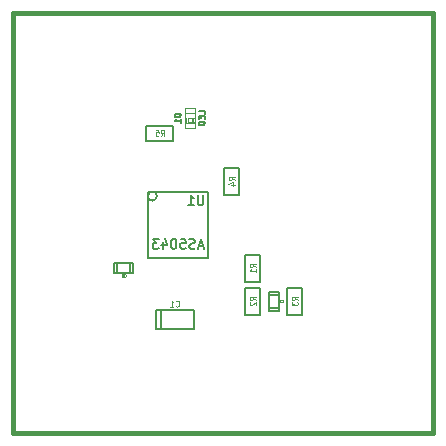
<source format=gbo>
G04 #@! TF.FileFunction,Legend,Bot*
%FSLAX46Y46*%
G04 Gerber Fmt 4.6, Leading zero omitted, Abs format (unit mm)*
G04 Created by KiCad (PCBNEW (2015-11-02 BZR 6290)-product) date Mon 07 Dec 2015 11:59:02 AM CET*
%MOMM*%
G01*
G04 APERTURE LIST*
%ADD10C,0.150000*%
%ADD11C,0.381000*%
%ADD12C,0.127000*%
%ADD13C,0.066040*%
%ADD14C,0.101600*%
%ADD15C,0.203200*%
%ADD16C,0.119380*%
%ADD17C,0.040640*%
%ADD18C,0.114300*%
%ADD19C,0.198120*%
G04 APERTURE END LIST*
D10*
D11*
X31750000Y-66548000D02*
X31750000Y-30988000D01*
X67310000Y-30988000D02*
X31750000Y-30988000D01*
X67310000Y-66548000D02*
X67310000Y-30988000D01*
X31750000Y-66548000D02*
X67310000Y-66548000D01*
D12*
X44323000Y-57708800D02*
X44323000Y-56083200D01*
X47066200Y-56083200D02*
X47066200Y-57708800D01*
X47066200Y-57708800D02*
X43865800Y-57708800D01*
X43865800Y-57708800D02*
X43865800Y-56083200D01*
X43865800Y-56083200D02*
X47066200Y-56083200D01*
X41706800Y-52171600D02*
X41706800Y-52984400D01*
X40589200Y-52959000D02*
X40589200Y-52171600D01*
X40335200Y-52984400D02*
X41960800Y-52984400D01*
X41960800Y-52984400D02*
X41960800Y-52171600D01*
X41960800Y-52171600D02*
X40335200Y-52171600D01*
X40335200Y-52171600D02*
X40335200Y-52984400D01*
X53441600Y-54813200D02*
X54254400Y-54813200D01*
X54229000Y-55930800D02*
X53441600Y-55930800D01*
X54254400Y-56184800D02*
X54254400Y-54559200D01*
X54254400Y-54559200D02*
X53441600Y-54559200D01*
X53441600Y-54559200D02*
X53441600Y-56184800D01*
X53441600Y-56184800D02*
X54254400Y-56184800D01*
D13*
X46286420Y-40327580D02*
X47185580Y-40327580D01*
X47185580Y-40327580D02*
X47185580Y-40726360D01*
X46286420Y-40726360D02*
X47185580Y-40726360D01*
X46286420Y-40327580D02*
X46286420Y-40726360D01*
X46286420Y-39029640D02*
X47185580Y-39029640D01*
X47185580Y-39029640D02*
X47185580Y-39428420D01*
X46286420Y-39428420D02*
X47185580Y-39428420D01*
X46286420Y-39029640D02*
X46286420Y-39428420D01*
X46286420Y-39878000D02*
X46436280Y-39878000D01*
X46436280Y-39878000D02*
X46436280Y-40177720D01*
X46286420Y-40177720D02*
X46436280Y-40177720D01*
X46286420Y-39878000D02*
X46286420Y-40177720D01*
X47035720Y-39878000D02*
X47185580Y-39878000D01*
X47185580Y-39878000D02*
X47185580Y-40177720D01*
X47035720Y-40177720D02*
X47185580Y-40177720D01*
X47035720Y-39878000D02*
X47035720Y-40177720D01*
X46586140Y-39878000D02*
X46885860Y-39878000D01*
X46885860Y-39878000D02*
X46885860Y-40177720D01*
X46586140Y-40177720D02*
X46885860Y-40177720D01*
X46586140Y-39878000D02*
X46586140Y-40177720D01*
D14*
X46337220Y-40327580D02*
X46337220Y-39428420D01*
X47134780Y-40327580D02*
X47134780Y-39428420D01*
D12*
X51435000Y-51435000D02*
X51435000Y-53721000D01*
X51435000Y-53721000D02*
X52705000Y-53721000D01*
X52705000Y-53721000D02*
X52705000Y-51435000D01*
X52705000Y-51435000D02*
X51435000Y-51435000D01*
X51435000Y-54229000D02*
X51435000Y-56515000D01*
X51435000Y-56515000D02*
X52705000Y-56515000D01*
X52705000Y-56515000D02*
X52705000Y-54229000D01*
X52705000Y-54229000D02*
X51435000Y-54229000D01*
X54988460Y-54229000D02*
X54988460Y-56515000D01*
X54988460Y-56515000D02*
X56258460Y-56515000D01*
X56258460Y-56515000D02*
X56258460Y-54229000D01*
X56258460Y-54229000D02*
X54988460Y-54229000D01*
X50927000Y-46355000D02*
X50927000Y-44069000D01*
X50927000Y-44069000D02*
X49657000Y-44069000D01*
X49657000Y-44069000D02*
X49657000Y-46355000D01*
X49657000Y-46355000D02*
X50927000Y-46355000D01*
X45339000Y-40513000D02*
X43053000Y-40513000D01*
X43053000Y-40513000D02*
X43053000Y-41783000D01*
X43053000Y-41783000D02*
X45339000Y-41783000D01*
X45339000Y-41783000D02*
X45339000Y-40513000D01*
D15*
X43180000Y-46101000D02*
X43180000Y-51689000D01*
X43180000Y-51689000D02*
X48260000Y-51689000D01*
X48260000Y-51689000D02*
X48260000Y-46101000D01*
X48260000Y-46101000D02*
X43180000Y-46101000D01*
D12*
X43942000Y-46482000D02*
G75*
G03X43942000Y-46482000I-381000J0D01*
G01*
D16*
X45523996Y-55779307D02*
X45547824Y-55803135D01*
X45619307Y-55826962D01*
X45666962Y-55826962D01*
X45738445Y-55803135D01*
X45786100Y-55755480D01*
X45809928Y-55707824D01*
X45833756Y-55612514D01*
X45833756Y-55541031D01*
X45809928Y-55445720D01*
X45786100Y-55398065D01*
X45738445Y-55350410D01*
X45666962Y-55326582D01*
X45619307Y-55326582D01*
X45547824Y-55350410D01*
X45523996Y-55374238D01*
X45047444Y-55826962D02*
X45333376Y-55826962D01*
X45190410Y-55826962D02*
X45190410Y-55326582D01*
X45238065Y-55398065D01*
X45285720Y-55445720D01*
X45333376Y-55469548D01*
D17*
X41181443Y-53284664D02*
X41190998Y-53294220D01*
X41219664Y-53303775D01*
X41238774Y-53303775D01*
X41267440Y-53294220D01*
X41286551Y-53275109D01*
X41296106Y-53255999D01*
X41305661Y-53217778D01*
X41305661Y-53189112D01*
X41296106Y-53150891D01*
X41286551Y-53131780D01*
X41267440Y-53112670D01*
X41238774Y-53103115D01*
X41219664Y-53103115D01*
X41190998Y-53112670D01*
X41181443Y-53122225D01*
X41105001Y-53122225D02*
X41095446Y-53112670D01*
X41076335Y-53103115D01*
X41028559Y-53103115D01*
X41009449Y-53112670D01*
X40999893Y-53122225D01*
X40990338Y-53141336D01*
X40990338Y-53160446D01*
X40999893Y-53189112D01*
X41114556Y-53303775D01*
X40990338Y-53303775D01*
X54516443Y-55443664D02*
X54525998Y-55453220D01*
X54554664Y-55462775D01*
X54573774Y-55462775D01*
X54602440Y-55453220D01*
X54621551Y-55434109D01*
X54631106Y-55414999D01*
X54640661Y-55376778D01*
X54640661Y-55348112D01*
X54631106Y-55309891D01*
X54621551Y-55290780D01*
X54602440Y-55271670D01*
X54573774Y-55262115D01*
X54554664Y-55262115D01*
X54525998Y-55271670D01*
X54516443Y-55281225D01*
X54449556Y-55262115D02*
X54325338Y-55262115D01*
X54392225Y-55338557D01*
X54363559Y-55338557D01*
X54344449Y-55348112D01*
X54334893Y-55357667D01*
X54325338Y-55376778D01*
X54325338Y-55424554D01*
X54334893Y-55443664D01*
X54344449Y-55453220D01*
X54363559Y-55462775D01*
X54420891Y-55462775D01*
X54440001Y-55453220D01*
X54449556Y-55443664D01*
D12*
X45949810Y-39503047D02*
X45441810Y-39503047D01*
X45441810Y-39624000D01*
X45466000Y-39696571D01*
X45514381Y-39744952D01*
X45562762Y-39769143D01*
X45659524Y-39793333D01*
X45732095Y-39793333D01*
X45828857Y-39769143D01*
X45877238Y-39744952D01*
X45925619Y-39696571D01*
X45949810Y-39624000D01*
X45949810Y-39503047D01*
X45949810Y-40277143D02*
X45949810Y-39986857D01*
X45949810Y-40132000D02*
X45441810Y-40132000D01*
X45514381Y-40083619D01*
X45562762Y-40035238D01*
X45586952Y-39986857D01*
X47981810Y-39551429D02*
X47981810Y-39309524D01*
X47473810Y-39309524D01*
X47715714Y-39720762D02*
X47715714Y-39890096D01*
X47981810Y-39962667D02*
X47981810Y-39720762D01*
X47473810Y-39720762D01*
X47473810Y-39962667D01*
X47981810Y-40180381D02*
X47473810Y-40180381D01*
X47473810Y-40301334D01*
X47498000Y-40373905D01*
X47546381Y-40422286D01*
X47594762Y-40446477D01*
X47691524Y-40470667D01*
X47764095Y-40470667D01*
X47860857Y-40446477D01*
X47909238Y-40422286D01*
X47957619Y-40373905D01*
X47981810Y-40301334D01*
X47981810Y-40180381D01*
D18*
X52299810Y-52501800D02*
X52057905Y-52349400D01*
X52299810Y-52240543D02*
X51791810Y-52240543D01*
X51791810Y-52414715D01*
X51816000Y-52458257D01*
X51840190Y-52480029D01*
X51888571Y-52501800D01*
X51961143Y-52501800D01*
X52009524Y-52480029D01*
X52033714Y-52458257D01*
X52057905Y-52414715D01*
X52057905Y-52240543D01*
X52299810Y-52937229D02*
X52299810Y-52675972D01*
X52299810Y-52806600D02*
X51791810Y-52806600D01*
X51864381Y-52763057D01*
X51912762Y-52719515D01*
X51936952Y-52675972D01*
X52299810Y-55295800D02*
X52057905Y-55143400D01*
X52299810Y-55034543D02*
X51791810Y-55034543D01*
X51791810Y-55208715D01*
X51816000Y-55252257D01*
X51840190Y-55274029D01*
X51888571Y-55295800D01*
X51961143Y-55295800D01*
X52009524Y-55274029D01*
X52033714Y-55252257D01*
X52057905Y-55208715D01*
X52057905Y-55034543D01*
X51840190Y-55469972D02*
X51816000Y-55491743D01*
X51791810Y-55535286D01*
X51791810Y-55644143D01*
X51816000Y-55687686D01*
X51840190Y-55709457D01*
X51888571Y-55731229D01*
X51936952Y-55731229D01*
X52009524Y-55709457D01*
X52299810Y-55448200D01*
X52299810Y-55731229D01*
X55853270Y-55295800D02*
X55611365Y-55143400D01*
X55853270Y-55034543D02*
X55345270Y-55034543D01*
X55345270Y-55208715D01*
X55369460Y-55252257D01*
X55393650Y-55274029D01*
X55442031Y-55295800D01*
X55514603Y-55295800D01*
X55562984Y-55274029D01*
X55587174Y-55252257D01*
X55611365Y-55208715D01*
X55611365Y-55034543D01*
X55345270Y-55448200D02*
X55345270Y-55731229D01*
X55538793Y-55578829D01*
X55538793Y-55644143D01*
X55562984Y-55687686D01*
X55587174Y-55709457D01*
X55635555Y-55731229D01*
X55756508Y-55731229D01*
X55804889Y-55709457D01*
X55829079Y-55687686D01*
X55853270Y-55644143D01*
X55853270Y-55513515D01*
X55829079Y-55469972D01*
X55804889Y-55448200D01*
X50521810Y-45135800D02*
X50279905Y-44983400D01*
X50521810Y-44874543D02*
X50013810Y-44874543D01*
X50013810Y-45048715D01*
X50038000Y-45092257D01*
X50062190Y-45114029D01*
X50110571Y-45135800D01*
X50183143Y-45135800D01*
X50231524Y-45114029D01*
X50255714Y-45092257D01*
X50279905Y-45048715D01*
X50279905Y-44874543D01*
X50183143Y-45527686D02*
X50521810Y-45527686D01*
X49989619Y-45418829D02*
X50352476Y-45309972D01*
X50352476Y-45593000D01*
X44272200Y-41377810D02*
X44424600Y-41135905D01*
X44533457Y-41377810D02*
X44533457Y-40869810D01*
X44359285Y-40869810D01*
X44315743Y-40894000D01*
X44293971Y-40918190D01*
X44272200Y-40966571D01*
X44272200Y-41039143D01*
X44293971Y-41087524D01*
X44315743Y-41111714D01*
X44359285Y-41135905D01*
X44533457Y-41135905D01*
X43858543Y-40869810D02*
X44076257Y-40869810D01*
X44098028Y-41111714D01*
X44076257Y-41087524D01*
X44032714Y-41063333D01*
X43923857Y-41063333D01*
X43880314Y-41087524D01*
X43858543Y-41111714D01*
X43836771Y-41160095D01*
X43836771Y-41281048D01*
X43858543Y-41329429D01*
X43880314Y-41353619D01*
X43923857Y-41377810D01*
X44032714Y-41377810D01*
X44076257Y-41353619D01*
X44098028Y-41329429D01*
D19*
X47867147Y-46415113D02*
X47867147Y-47077207D01*
X47828200Y-47155100D01*
X47789253Y-47194047D01*
X47711360Y-47232993D01*
X47555573Y-47232993D01*
X47477680Y-47194047D01*
X47438733Y-47155100D01*
X47399787Y-47077207D01*
X47399787Y-46415113D01*
X46581906Y-47232993D02*
X47049266Y-47232993D01*
X46815586Y-47232993D02*
X46815586Y-46415113D01*
X46893480Y-46531953D01*
X46971373Y-46609847D01*
X47049266Y-46648793D01*
X47862065Y-50682313D02*
X47472599Y-50682313D01*
X47939959Y-50915993D02*
X47667332Y-50098113D01*
X47394705Y-50915993D01*
X47161025Y-50877047D02*
X47044185Y-50915993D01*
X46849452Y-50915993D01*
X46771559Y-50877047D01*
X46732612Y-50838100D01*
X46693665Y-50760207D01*
X46693665Y-50682313D01*
X46732612Y-50604420D01*
X46771559Y-50565473D01*
X46849452Y-50526527D01*
X47005239Y-50487580D01*
X47083132Y-50448633D01*
X47122079Y-50409687D01*
X47161025Y-50331793D01*
X47161025Y-50253900D01*
X47122079Y-50176007D01*
X47083132Y-50137060D01*
X47005239Y-50098113D01*
X46810505Y-50098113D01*
X46693665Y-50137060D01*
X45953679Y-50098113D02*
X46343146Y-50098113D01*
X46382092Y-50487580D01*
X46343146Y-50448633D01*
X46265252Y-50409687D01*
X46070519Y-50409687D01*
X45992626Y-50448633D01*
X45953679Y-50487580D01*
X45914732Y-50565473D01*
X45914732Y-50760207D01*
X45953679Y-50838100D01*
X45992626Y-50877047D01*
X46070519Y-50915993D01*
X46265252Y-50915993D01*
X46343146Y-50877047D01*
X46382092Y-50838100D01*
X45408426Y-50098113D02*
X45330533Y-50098113D01*
X45252639Y-50137060D01*
X45213693Y-50176007D01*
X45174746Y-50253900D01*
X45135799Y-50409687D01*
X45135799Y-50604420D01*
X45174746Y-50760207D01*
X45213693Y-50838100D01*
X45252639Y-50877047D01*
X45330533Y-50915993D01*
X45408426Y-50915993D01*
X45486319Y-50877047D01*
X45525266Y-50838100D01*
X45564213Y-50760207D01*
X45603159Y-50604420D01*
X45603159Y-50409687D01*
X45564213Y-50253900D01*
X45525266Y-50176007D01*
X45486319Y-50137060D01*
X45408426Y-50098113D01*
X44434760Y-50370740D02*
X44434760Y-50915993D01*
X44629493Y-50059167D02*
X44824226Y-50643367D01*
X44317920Y-50643367D01*
X44084240Y-50098113D02*
X43577933Y-50098113D01*
X43850560Y-50409687D01*
X43733720Y-50409687D01*
X43655827Y-50448633D01*
X43616880Y-50487580D01*
X43577933Y-50565473D01*
X43577933Y-50760207D01*
X43616880Y-50838100D01*
X43655827Y-50877047D01*
X43733720Y-50915993D01*
X43967400Y-50915993D01*
X44045293Y-50877047D01*
X44084240Y-50838100D01*
M02*

</source>
